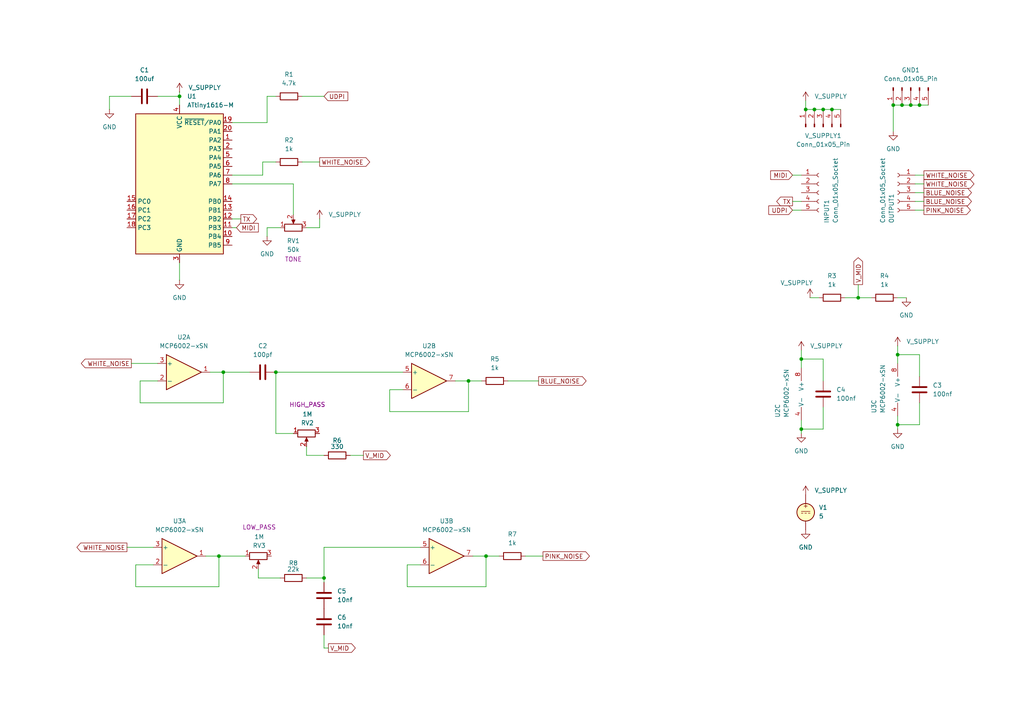
<source format=kicad_sch>
(kicad_sch (version 20231120) (generator "eeschema") (generator_version "8.0")
  (paper "A4")
  (lib_symbols
    (symbol "Amplifier_Operational:MCP6002-xSN" (pin_names (offset 0.127))
      (property "Reference" "U" (at 0 5.08 0))
      (property "Value" "MCP6002-xSN" (at 0 -5.08 0))
      (symbol "MCP6002-xSN_1_1"
        (polyline (pts (xy -5.08 5.08) (xy 5.08 0) (xy -5.08 -5.08) (xy -5.08 5.08)) (stroke (width 0.254)) (fill (type background)))
        (pin output line (at 7.62 0 180) (length 2.54) (name "~") (number "1"))
        (pin input line (at -7.62 -2.54 0) (length 2.54) (name "-") (number "2"))
        (pin input line (at -7.62 2.54 0) (length 2.54) (name "+") (number "3"))
      )
      (symbol "MCP6002-xSN_2_1"
        (polyline (pts (xy -5.08 5.08) (xy 5.08 0) (xy -5.08 -5.08) (xy -5.08 5.08)) (stroke (width 0.254)) (fill (type background)))
        (pin input line (at -7.62 2.54 0) (length 2.54) (name "+") (number "5"))
        (pin input line (at -7.62 -2.54 0) (length 2.54) (name "-") (number "6"))
        (pin output line (at 7.62 0 180) (length 2.54) (name "~") (number "7"))
      )
      (symbol "MCP6002-xSN_3_1"
        (pin power_in line (at -2.54 -7.62 90) (length 3.81) (name "V-") (number "4"))
        (pin power_in line (at -2.54 7.62 270) (length 3.81) (name "V+") (number "8"))
      )
    )
    (symbol "Connector:Conn_01x05_Pin" (pin_names (offset 1.016) hide)
      (property "Reference" "J" (at 0 7.62 0))
      (property "Value" "Conn_01x05_Pin" (at 0 -7.62 0))
      (symbol "Conn_01x05_Pin_1_1"
        (polyline (pts (xy 1.27 -5.08) (xy 0.8636 -5.08)) (stroke (width 0.1524)))
        (polyline (pts (xy 1.27 -2.54) (xy 0.8636 -2.54)) (stroke (width 0.1524)))
        (polyline (pts (xy 1.27 0) (xy 0.8636 0)) (stroke (width 0.1524)))
        (polyline (pts (xy 1.27 2.54) (xy 0.8636 2.54)) (stroke (width 0.1524)))
        (polyline (pts (xy 1.27 5.08) (xy 0.8636 5.08)) (stroke (width 0.1524)))
        (rectangle (start 0.8636 -4.953) (end 0 -5.207) (stroke (width 0.1524)) (fill (type outline)))
        (rectangle (start 0.8636 -2.413) (end 0 -2.667) (stroke (width 0.1524)) (fill (type outline)))
        (rectangle (start 0.8636 0.127) (end 0 -0.127) (stroke (width 0.1524)) (fill (type outline)))
        (rectangle (start 0.8636 2.667) (end 0 2.413) (stroke (width 0.1524)) (fill (type outline)))
        (rectangle (start 0.8636 5.207) (end 0 4.953) (stroke (width 0.1524)) (fill (type outline)))
        (pin passive line (at 5.08 5.08 180) (length 3.81) (name "Pin_1") (number "1"))
        (pin passive line (at 5.08 2.54 180) (length 3.81) (name "Pin_2") (number "2"))
        (pin passive line (at 5.08 0 180) (length 3.81) (name "Pin_3") (number "3"))
        (pin passive line (at 5.08 -2.54 180) (length 3.81) (name "Pin_4") (number "4"))
        (pin passive line (at 5.08 -5.08 180) (length 3.81) (name "Pin_5") (number "5"))
      )
    )
    (symbol "Connector:Conn_01x05_Socket" (pin_names (offset 1.016) hide)
      (property "Reference" "J" (at 0 7.62 0))
      (property "Value" "Conn_01x05_Socket" (at 0 -7.62 0))
      (symbol "Conn_01x05_Socket_1_1"
        (arc (start 0 -4.572) (mid -0.5058 -5.08) (end 0 -5.588) (stroke (width 0.1524)))
        (arc (start 0 -2.032) (mid -0.5058 -2.54) (end 0 -3.048) (stroke (width 0.1524)))
        (polyline (pts (xy -1.27 -5.08) (xy -0.508 -5.08)) (stroke (width 0.1524)))
        (polyline (pts (xy -1.27 -2.54) (xy -0.508 -2.54)) (stroke (width 0.1524)))
        (polyline (pts (xy -1.27 0) (xy -0.508 0)) (stroke (width 0.1524)))
        (polyline (pts (xy -1.27 2.54) (xy -0.508 2.54)) (stroke (width 0.1524)))
        (polyline (pts (xy -1.27 5.08) (xy -0.508 5.08)) (stroke (width 0.1524)))
        (arc (start 0 0.508) (mid -0.5058 0) (end 0 -0.508) (stroke (width 0.1524)))
        (arc (start 0 3.048) (mid -0.5058 2.54) (end 0 2.032) (stroke (width 0.1524)))
        (arc (start 0 5.588) (mid -0.5058 5.08) (end 0 4.572) (stroke (width 0.1524)))
        (pin passive line (at -5.08 5.08 0) (length 3.81) (name "Pin_1") (number "1"))
        (pin passive line (at -5.08 2.54 0) (length 3.81) (name "Pin_2") (number "2"))
        (pin passive line (at -5.08 0 0) (length 3.81) (name "Pin_3") (number "3"))
        (pin passive line (at -5.08 -2.54 0) (length 3.81) (name "Pin_4") (number "4"))
        (pin passive line (at -5.08 -5.08 0) (length 3.81) (name "Pin_5") (number "5"))
      )
    )
    (symbol "Device:C" (pin_numbers hide) (pin_names (offset 0.254))
      (property "Reference" "C" (at 0.635 2.54 0))
      (property "Value" "C" (at 0.635 -2.54 0))
      (symbol "C_0_1"
        (polyline (pts (xy -2.032 -0.762) (xy 2.032 -0.762)) (stroke (width 0.508)))
        (polyline (pts (xy -2.032 0.762) (xy 2.032 0.762)) (stroke (width 0.508)))
      )
      (symbol "C_1_1"
        (pin passive line (at 0 3.81 270) (length 2.794) (name "~") (number "1"))
        (pin passive line (at 0 -3.81 90) (length 2.794) (name "~") (number "2"))
      )
    )
    (symbol "Device:R" (pin_numbers hide) (pin_names (offset 0))
      (property "Reference" "R" (at 2.032 0 90))
      (property "Value" "R" (at 0 0 90))
      (symbol "R_0_1"
        (rectangle (start -1.016 -2.54) (end 1.016 2.54) (stroke (width 0.254)))
      )
      (symbol "R_1_1"
        (pin passive line (at 0 3.81 270) (length 1.27) (name "~") (number "1"))
        (pin passive line (at 0 -3.81 90) (length 1.27) (name "~") (number "2"))
      )
    )
    (symbol "Device:R_Potentiometer" (pin_names (offset 1.016) hide)
      (property "Reference" "RV" (at -4.445 0 90))
      (property "Value" "R_Potentiometer" (at -2.54 0 90))
      (symbol "R_Potentiometer_0_1"
        (polyline (pts (xy 2.54 0) (xy 1.524 0)))
        (polyline (pts (xy 1.143 0) (xy 2.286 0.508) (xy 2.286 -0.508) (xy 1.143 0)) (fill (type outline)))
        (rectangle (start 1.016 2.54) (end -1.016 -2.54) (stroke (width 0.254)))
      )
      (symbol "R_Potentiometer_1_1"
        (pin passive line (at 0 3.81 270) (length 1.27) (name "1") (number "1"))
        (pin passive line (at 3.81 0 180) (length 1.27) (name "2") (number "2"))
        (pin passive line (at 0 -3.81 90) (length 1.27) (name "3") (number "3"))
      )
    )
    (symbol "MCU_Microchip_ATtiny:ATtiny1616-M"
      (property "Reference" "U" (at -12.7 21.59 0))
      (property "Value" "ATtiny1616-M" (at 2.54 -21.59 0))
      (symbol "ATtiny1616-M_0_1"
        (rectangle (start -12.7 -20.32) (end 12.7 20.32) (stroke (width 0.254)) (fill (type background)))
      )
      (symbol "ATtiny1616-M_1_1"
        (pin bidirectional line (at 15.24 12.7 180) (length 2.54) (name "PA2") (number "1"))
        (pin bidirectional line (at 15.24 -15.24 180) (length 2.54) (name "PB4") (number "10"))
        (pin bidirectional line (at 15.24 -12.7 180) (length 2.54) (name "PB3") (number "11"))
        (pin bidirectional line (at 15.24 -10.16 180) (length 2.54) (name "PB2") (number "12"))
        (pin bidirectional line (at 15.24 -7.62 180) (length 2.54) (name "PB1") (number "13"))
        (pin bidirectional line (at 15.24 -5.08 180) (length 2.54) (name "PB0") (number "14"))
        (pin bidirectional line (at -15.24 -5.08 0) (length 2.54) (name "PC0") (number "15"))
        (pin bidirectional line (at -15.24 -7.62 0) (length 2.54) (name "PC1") (number "16"))
        (pin bidirectional line (at -15.24 -10.16 0) (length 2.54) (name "PC2") (number "17"))
        (pin bidirectional line (at -15.24 -12.7 0) (length 2.54) (name "PC3") (number "18"))
        (pin bidirectional line (at 15.24 17.78 180) (length 2.54) (name "~{RESET}/PA0") (number "19"))
        (pin bidirectional line (at 15.24 10.16 180) (length 2.54) (name "PA3") (number "2"))
        (pin bidirectional line (at 15.24 15.24 180) (length 2.54) (name "PA1") (number "20"))
        (pin passive line (at 0 -22.86 90) (length 2.54) hide (name "GND") (number "21"))
        (pin power_in line (at 0 -22.86 90) (length 2.54) (name "GND") (number "3"))
        (pin power_in line (at 0 22.86 270) (length 2.54) (name "VCC") (number "4"))
        (pin bidirectional line (at 15.24 7.62 180) (length 2.54) (name "PA4") (number "5"))
        (pin bidirectional line (at 15.24 5.08 180) (length 2.54) (name "PA5") (number "6"))
        (pin bidirectional line (at 15.24 2.54 180) (length 2.54) (name "PA6") (number "7"))
        (pin bidirectional line (at 15.24 0 180) (length 2.54) (name "PA7") (number "8"))
        (pin bidirectional line (at 15.24 -17.78 180) (length 2.54) (name "PB5") (number "9"))
      )
    )
    (symbol "Simulation_SPICE:VDC" (pin_numbers hide) (pin_names (offset 0.0254))
      (property "Reference" "V" (at 2.54 2.54 0))
      (property "Value" "1" (at 2.54 0 0))
      (symbol "VDC_0_0"
        (polyline (pts (xy -1.27 0.254) (xy 1.27 0.254)))
        (polyline (pts (xy -0.762 -0.254) (xy -1.27 -0.254)))
        (polyline (pts (xy 0.254 -0.254) (xy -0.254 -0.254)))
        (polyline (pts (xy 1.27 -0.254) (xy 0.762 -0.254)))
        (text "+" (at 0 1.905 0) (effects (font (size 1.27 1.27))))
      )
      (symbol "VDC_0_1"
        (circle (center 0 0) (radius 2.54) (stroke (width 0.254)) (fill (type background)))
      )
      (symbol "VDC_1_1"
        (pin passive line (at 0 5.08 270) (length 2.54) (name "~") (number "1"))
        (pin passive line (at 0 -5.08 90) (length 2.54) (name "~") (number "2"))
      )
    )
    (symbol "power:+5V" (power) (pin_numbers hide) (pin_names (offset 0) hide)
      (property "Value" "+5V" (at 0 3.556 0))
      (symbol "+5V_0_1"
        (polyline (pts (xy -0.762 1.27) (xy 0 2.54)))
        (polyline (pts (xy 0 0) (xy 0 2.54)))
        (polyline (pts (xy 0 2.54) (xy 0.762 1.27)))
      )
      (symbol "+5V_1_1"
        (pin power_in line (at 0 0 90) (length 0) (name "~") (number "1"))
      )
    )
    (symbol "power:GND" (power) (pin_numbers hide) (pin_names (offset 0) hide)
      (property "Value" "GND" (at 0 -3.81 0))
      (symbol "GND_0_1"
        (polyline (pts (xy 0 0) (xy 0 -1.27) (xy 1.27 -1.27) (xy 0 -2.54) (xy -1.27 -1.27) (xy 0 -1.27)))
      )
      (symbol "GND_1_1"
        (pin power_in line (at 0 0 270) (length 0) (name "~") (number "1"))
      )
    )
  )
  (junction (at 52.07 27.94))
  (junction (at 140.97 161.29))
  (junction (at 236.22 31.75))
  (junction (at 260.35 123.19))
  (junction (at 261.62 30.48))
  (junction (at 233.68 31.75))
  (junction (at 80.01 107.95))
  (junction (at 241.3 31.75))
  (junction (at 260.35 102.87))
  (junction (at 266.7 30.48))
  (junction (at 248.92 86.36))
  (junction (at 63.5 161.29))
  (junction (at 232.41 124.46))
  (junction (at 64.77 107.95))
  (junction (at 264.16 30.48))
  (junction (at 135.89 110.49))
  (junction (at 238.76 31.75))
  (junction (at 232.41 104.14))
  (junction (at 93.98 167.64))
  (junction (at 259.08 30.48))
  (wire (pts (xy 38.1 27.94) (xy 31.75 27.94)))
  (wire (pts (xy 260.35 123.19) (xy 260.35 124.46)))
  (wire (pts (xy 266.7 109.22) (xy 266.7 102.87)))
  (wire (pts (xy 74.93 167.64) (xy 74.93 165.1)))
  (wire (pts (xy 81.28 167.64) (xy 74.93 167.64)))
  (wire (pts (xy 229.87 50.8) (xy 232.41 50.8)))
  (wire (pts (xy 118.11 163.83) (xy 121.92 163.83)))
  (wire (pts (xy 64.77 107.95) (xy 64.77 116.84)))
  (wire (pts (xy 238.76 124.46) (xy 232.41 124.46)))
  (wire (pts (xy 140.97 161.29) (xy 140.97 170.18)))
  (wire (pts (xy 80.01 46.99) (xy 76.2 46.99)))
  (wire (pts (xy 241.3 31.75) (xy 243.84 31.75)))
  (wire (pts (xy 260.35 120.65) (xy 260.35 123.19)))
  (wire (pts (xy 266.7 102.87) (xy 260.35 102.87)))
  (wire (pts (xy 233.68 31.75) (xy 236.22 31.75)))
  (wire (pts (xy 60.96 107.95) (xy 64.77 107.95)))
  (wire (pts (xy 121.92 158.75) (xy 93.98 158.75)))
  (wire (pts (xy 260.35 100.33) (xy 260.35 102.87)))
  (wire (pts (xy 38.1 105.41) (xy 45.72 105.41)))
  (wire (pts (xy 101.6 132.08) (xy 105.41 132.08)))
  (wire (pts (xy 77.47 66.04) (xy 77.47 68.58)))
  (wire (pts (xy 113.03 119.38) (xy 113.03 113.03)))
  (wire (pts (xy 80.01 125.73) (xy 80.01 107.95)))
  (wire (pts (xy 67.31 53.34) (xy 85.09 53.34)))
  (wire (pts (xy 39.37 170.18) (xy 39.37 163.83)))
  (wire (pts (xy 266.7 30.48) (xy 269.24 30.48)))
  (wire (pts (xy 52.07 27.94) (xy 52.07 30.48)))
  (wire (pts (xy 63.5 170.18) (xy 39.37 170.18)))
  (wire (pts (xy 76.2 50.8) (xy 67.31 50.8)))
  (wire (pts (xy 248.92 82.55) (xy 248.92 86.36)))
  (wire (pts (xy 248.92 86.36) (xy 252.73 86.36)))
  (wire (pts (xy 265.43 55.88) (xy 267.97 55.88)))
  (wire (pts (xy 80.01 125.73) (xy 85.09 125.73)))
  (wire (pts (xy 266.7 123.19) (xy 260.35 123.19)))
  (wire (pts (xy 238.76 31.75) (xy 241.3 31.75)))
  (wire (pts (xy 118.11 170.18) (xy 118.11 163.83)))
  (wire (pts (xy 80.01 107.95) (xy 116.84 107.95)))
  (wire (pts (xy 76.2 46.99) (xy 76.2 50.8)))
  (wire (pts (xy 232.41 104.14) (xy 232.41 106.68)))
  (wire (pts (xy 93.98 184.15) (xy 93.98 187.96)))
  (wire (pts (xy 93.98 187.96) (xy 95.25 187.96)))
  (wire (pts (xy 135.89 119.38) (xy 113.03 119.38)))
  (wire (pts (xy 259.08 30.48) (xy 261.62 30.48)))
  (wire (pts (xy 262.89 86.36) (xy 260.35 86.36)))
  (wire (pts (xy 88.9 66.04) (xy 92.71 66.04)))
  (wire (pts (xy 77.47 35.56) (xy 67.31 35.56)))
  (wire (pts (xy 259.08 30.48) (xy 259.08 38.1)))
  (wire (pts (xy 232.41 101.6) (xy 232.41 104.14)))
  (wire (pts (xy 234.95 86.36) (xy 237.49 86.36)))
  (wire (pts (xy 260.35 102.87) (xy 260.35 105.41)))
  (wire (pts (xy 233.68 31.75) (xy 233.68 29.21)))
  (wire (pts (xy 36.83 158.75) (xy 44.45 158.75)))
  (wire (pts (xy 77.47 27.94) (xy 77.47 35.56)))
  (wire (pts (xy 77.47 27.94) (xy 80.01 27.94)))
  (wire (pts (xy 144.78 161.29) (xy 140.97 161.29)))
  (wire (pts (xy 238.76 104.14) (xy 232.41 104.14)))
  (wire (pts (xy 265.43 58.42) (xy 267.97 58.42)))
  (wire (pts (xy 88.9 129.54) (xy 88.9 132.08)))
  (wire (pts (xy 87.63 46.99) (xy 92.71 46.99)))
  (wire (pts (xy 52.07 26.67) (xy 52.07 27.94)))
  (wire (pts (xy 45.72 27.94) (xy 52.07 27.94)))
  (wire (pts (xy 147.32 110.49) (xy 156.21 110.49)))
  (wire (pts (xy 64.77 107.95) (xy 72.39 107.95)))
  (wire (pts (xy 52.07 76.2) (xy 52.07 81.28)))
  (wire (pts (xy 264.16 30.48) (xy 266.7 30.48)))
  (wire (pts (xy 232.41 121.92) (xy 232.41 124.46)))
  (wire (pts (xy 64.77 116.84) (xy 40.64 116.84)))
  (wire (pts (xy 85.09 53.34) (xy 85.09 62.23)))
  (wire (pts (xy 92.71 66.04) (xy 92.71 63.5)))
  (wire (pts (xy 63.5 161.29) (xy 63.5 170.18)))
  (wire (pts (xy 67.31 63.5) (xy 69.85 63.5)))
  (wire (pts (xy 39.37 163.83) (xy 44.45 163.83)))
  (wire (pts (xy 31.75 27.94) (xy 31.75 31.75)))
  (wire (pts (xy 88.9 167.64) (xy 93.98 167.64)))
  (wire (pts (xy 59.69 161.29) (xy 63.5 161.29)))
  (wire (pts (xy 87.63 27.94) (xy 93.98 27.94)))
  (wire (pts (xy 265.43 50.8) (xy 267.97 50.8)))
  (wire (pts (xy 236.22 31.75) (xy 238.76 31.75)))
  (wire (pts (xy 265.43 60.96) (xy 267.97 60.96)))
  (wire (pts (xy 88.9 132.08) (xy 93.98 132.08)))
  (wire (pts (xy 265.43 53.34) (xy 267.97 53.34)))
  (wire (pts (xy 266.7 116.84) (xy 266.7 123.19)))
  (wire (pts (xy 245.11 86.36) (xy 248.92 86.36)))
  (wire (pts (xy 135.89 110.49) (xy 135.89 119.38)))
  (wire (pts (xy 229.87 60.96) (xy 232.41 60.96)))
  (wire (pts (xy 140.97 170.18) (xy 118.11 170.18)))
  (wire (pts (xy 40.64 116.84) (xy 40.64 110.49)))
  (wire (pts (xy 137.16 161.29) (xy 140.97 161.29)))
  (wire (pts (xy 67.31 66.04) (xy 68.58 66.04)))
  (wire (pts (xy 113.03 113.03) (xy 116.84 113.03)))
  (wire (pts (xy 40.64 110.49) (xy 45.72 110.49)))
  (wire (pts (xy 93.98 158.75) (xy 93.98 167.64)))
  (wire (pts (xy 132.08 110.49) (xy 135.89 110.49)))
  (wire (pts (xy 238.76 110.49) (xy 238.76 104.14)))
  (wire (pts (xy 63.5 161.29) (xy 71.12 161.29)))
  (wire (pts (xy 93.98 167.64) (xy 93.98 168.91)))
  (wire (pts (xy 152.4 161.29) (xy 157.48 161.29)))
  (wire (pts (xy 135.89 110.49) (xy 139.7 110.49)))
  (wire (pts (xy 229.87 58.42) (xy 232.41 58.42)))
  (wire (pts (xy 81.28 66.04) (xy 77.47 66.04)))
  (wire (pts (xy 261.62 30.48) (xy 264.16 30.48)))
  (wire (pts (xy 238.76 118.11) (xy 238.76 124.46)))
  (wire (pts (xy 232.41 124.46) (xy 232.41 125.73)))
  (global_label "WHITE_NOISE" (shape output) (at 92.71 46.99 0) (property "Intersheetrefs" "${INTERSHEET_REFS}" (effects (hide yes))))
  (global_label "WHITE_NOISE" (shape output) (at 36.83 158.75 180) (property "Intersheetrefs" "${INTERSHEET_REFS}" (effects (hide yes))))
  (global_label "WHITE_NOISE" (shape output) (at 267.97 50.8 0) (property "Intersheetrefs" "${INTERSHEET_REFS}" (effects (hide yes))))
  (global_label "PINK_NOISE" (shape output) (at 267.97 60.96 0) (property "Intersheetrefs" "${INTERSHEET_REFS}" (effects (hide yes))))
  (global_label "WHITE_NOISE" (shape output) (at 38.1 105.41 180) (property "Intersheetrefs" "${INTERSHEET_REFS}" (effects (hide yes))))
  (global_label "V_MID" (shape output) (at 105.41 132.08 0) (property "Intersheetrefs" "${INTERSHEET_REFS}" (effects (hide yes))))
  (global_label "BLUE_NOISE" (shape output) (at 267.97 58.42 0) (property "Intersheetrefs" "${INTERSHEET_REFS}" (effects (hide yes))))
  (global_label "BLUE_NOISE" (shape output) (at 267.97 55.88 0) (property "Intersheetrefs" "${INTERSHEET_REFS}" (effects (hide yes))))
  (global_label "UDPI" (shape input) (at 93.98 27.94 0) (property "Intersheetrefs" "${INTERSHEET_REFS}" (effects (hide yes))))
  (global_label "WHITE_NOISE" (shape output) (at 267.97 53.34 0) (property "Intersheetrefs" "${INTERSHEET_REFS}" (effects (hide yes))))
  (global_label "TX" (shape output) (at 229.87 58.42 180) (property "Intersheetrefs" "${INTERSHEET_REFS}" (effects (hide yes))))
  (global_label "V_MID" (shape output) (at 95.25 187.96 0) (property "Intersheetrefs" "${INTERSHEET_REFS}" (effects (hide yes))))
  (global_label "TX" (shape output) (at 69.85 63.5 0) (property "Intersheetrefs" "${INTERSHEET_REFS}" (effects (hide yes))))
  (global_label "BLUE_NOISE" (shape output) (at 156.21 110.49 0) (property "Intersheetrefs" "${INTERSHEET_REFS}" (effects (hide yes))))
  (global_label "MIDI" (shape input) (at 229.87 50.8 180) (property "Intersheetrefs" "${INTERSHEET_REFS}" (effects (hide yes))))
  (global_label "MIDI" (shape input) (at 68.58 66.04 0) (property "Intersheetrefs" "${INTERSHEET_REFS}" (effects (hide yes))))
  (global_label "V_MID" (shape output) (at 248.92 82.55 90) (property "Intersheetrefs" "${INTERSHEET_REFS}" (effects (hide yes))))
  (global_label "UDPI" (shape input) (at 229.87 60.96 180) (property "Intersheetrefs" "${INTERSHEET_REFS}" (effects (hide yes))))
  (global_label "PINK_NOISE" (shape output) (at 157.48 161.29 0) (property "Intersheetrefs" "${INTERSHEET_REFS}" (effects (hide yes))))
  (symbol (lib_id "Device:R") (at 241.3 86.36 90) (unit 1)
    (property "Reference" "R3" (at 241.3 80.01 90))
    (property "Value" "1k" (at 241.3 82.55 90))
    (property "Description" "Resistor" (effects (hide yes)))
  )
  (symbol (lib_id "Device:R") (at 97.79 132.08 90) (unit 1)
    (property "Reference" "R6" (at 97.79 127.762 90))
    (property "Value" "330" (at 97.79 129.54 90))
    (property "Description" "Resistor" (effects (hide yes)))
  )
  (symbol (lib_id "Simulation_SPICE:VDC") (at 233.68 148.59 0) (unit 1) (on_board no)
    (property "Reference" "V1" (at 237.49 147.1901 0) (effects (justify left)))
    (property "Value" "5" (at 237.49 149.7301 0) (effects (justify left)))
    (property "Datasheet" "https://ngspice.sourceforge.io/docs/ngspice-html-manual/manual.xhtml#sec_Independent_Sources_for" (effects (hide yes)))
    (property "Description" "Voltage source, DC" (effects (hide yes)))
    (property "Sim.Pins" "1=+ 2=-" (effects (hide yes)))
    (property "Sim.Type" "DC" (effects (hide yes)))
    (property "Sim.Device" "V" (effects (hide yes)))
  )
  (symbol (lib_id "Device:R_Potentiometer") (at 88.9 125.73 90) (mirror x) (unit 1)
    (property "Reference" "RV2" (at 89.154 122.682 90))
    (property "Value" "1M" (at 89.154 120.142 90))
    (property "Description" "Potentiometer" (effects (hide yes)))
    (property "Comment" "HIGH_PASS" (at 89.154 117.348 90))
  )
  (symbol (lib_id "Connector:Conn_01x05_Pin") (at 238.76 36.83 90) (unit 1) (exclude_from_sim yes)
    (property "Reference" "V_SUPPLY1" (at 238.76 39.37 90))
    (property "Value" "Conn_01x05_Pin" (at 238.76 41.91 90))
    (property "Footprint" "BreadModular_MISC:Power_Connector" (effects (hide yes)))
    (property "Description" "Generic connector, single row, 01x05, script generated" (effects (hide yes)))
  )
  (symbol (lib_id "power:GND") (at 77.47 68.58 0) (unit 1)
    (property "Reference" "#PWR06" (effects (hide yes)))
    (property "Value" "GND" (at 77.47 73.66 0))
    (property "Description" "Power symbol creates a global label with name \"GND\" , ground" (effects (hide yes)))
  )
  (symbol (lib_id "Device:R") (at 83.82 46.99 90) (unit 1)
    (property "Reference" "R2" (at 83.82 40.64 90))
    (property "Value" "1k" (at 83.82 43.18 90))
    (property "Description" "Resistor" (effects (hide yes)))
  )
  (symbol (lib_id "Amplifier_Operational:MCP6002-xSN") (at 124.46 110.49 0) (unit 2)
    (property "Reference" "U2" (at 124.46 100.33 0))
    (property "Value" "MCP6002-xSN" (at 124.46 102.87 0))
    (property "Datasheet" "http://ww1.microchip.com/downloads/en/DeviceDoc/21733j.pdf" (effects (hide yes)))
    (property "Description" "1MHz, Low-Power Op Amp, SOIC-8" (effects (hide yes)))
  )
  (symbol (lib_id "power:+5V") (at 233.68 143.51 0) (unit 1)
    (property "Reference" "#PWR014" (effects (hide yes)))
    (property "Value" "V_SUPPLY" (at 236.22 142.2399 0) (effects (justify left)))
    (property "Description" "Power symbol creates a global label with name \"+5V\"" (effects (hide yes)))
  )
  (symbol (lib_id "Device:R") (at 148.59 161.29 90) (unit 1)
    (property "Reference" "R7" (at 148.59 154.94 90))
    (property "Value" "1k" (at 148.59 157.48 90))
    (property "Description" "Resistor" (effects (hide yes)))
  )
  (symbol (lib_id "Amplifier_Operational:MCP6002-xSN") (at 53.34 107.95 0) (unit 1)
    (property "Reference" "U2" (at 53.34 97.79 0))
    (property "Value" "MCP6002-xSN" (at 53.34 100.33 0))
    (property "Datasheet" "http://ww1.microchip.com/downloads/en/DeviceDoc/21733j.pdf" (effects (hide yes)))
    (property "Description" "1MHz, Low-Power Op Amp, SOIC-8" (effects (hide yes)))
  )
  (symbol (lib_id "MCU_Microchip_ATtiny:ATtiny1616-M") (at 52.07 53.34 0) (unit 1)
    (property "Reference" "U1" (at 54.2641 27.94 0) (effects (justify left)))
    (property "Value" "ATtiny1616-M" (at 54.2641 30.48 0) (effects (justify left)))
    (property "Footprint" "Package_DFN_QFN:VQFN-20-1EP_3x3mm_P0.4mm_EP1.7x1.7mm" (effects (hide yes)))
    (property "Datasheet" "http://ww1.microchip.com/downloads/en/DeviceDoc/ATtiny3216_ATtiny1616-data-sheet-40001997B.pdf" (effects (hide yes)))
    (property "Description" "20MHz, 16kB Flash, 2kB SRAM, 256B EEPROM, VQFN-20" (effects (hide yes)))
  )
  (symbol (lib_id "power:+5V") (at 233.68 29.21 0) (unit 1)
    (property "Reference" "#PWR02" (effects (hide yes)))
    (property "Value" "V_SUPPLY" (at 236.22 27.9399 0) (effects (justify left)))
    (property "Description" "Power symbol creates a global label with name \"+5V\"" (effects (hide yes)))
  )
  (symbol (lib_id "Device:C") (at 76.2 107.95 90) (unit 1)
    (property "Reference" "C2" (at 76.2 100.33 90))
    (property "Value" "100pf" (at 76.2 102.87 90))
    (property "Description" "Unpolarized capacitor" (effects (hide yes)))
  )
  (symbol (lib_id "power:GND") (at 259.08 38.1 0) (unit 1)
    (property "Reference" "#PWR04" (effects (hide yes)))
    (property "Value" "GND" (at 259.08 43.18 0))
    (property "Description" "Power symbol creates a global label with name \"GND\" , ground" (effects (hide yes)))
  )
  (symbol (lib_id "Device:C") (at 238.76 114.3 180) (unit 1)
    (property "Reference" "C4" (at 242.57 113.0299 0) (effects (justify right)))
    (property "Value" "100nf" (at 242.57 115.5699 0) (effects (justify right)))
    (property "Description" "Unpolarized capacitor" (effects (hide yes)))
  )
  (symbol (lib_id "Device:R") (at 83.82 27.94 90) (unit 1)
    (property "Reference" "R1" (at 83.82 21.59 90))
    (property "Value" "4.7k" (at 83.82 24.13 90))
    (property "Description" "Resistor" (effects (hide yes)))
  )
  (symbol (lib_id "power:GND") (at 232.41 125.73 0) (unit 1)
    (property "Reference" "#PWR013" (effects (hide yes)))
    (property "Value" "GND" (at 232.41 130.81 0))
    (property "Description" "Power symbol creates a global label with name \"GND\" , ground" (effects (hide yes)))
  )
  (symbol (lib_id "Amplifier_Operational:MCP6002-xSN") (at 262.89 113.03 0) (unit 3)
    (property "Reference" "U3" (at 253.492 119.888 90) (effects (justify left)))
    (property "Value" "MCP6002-xSN" (at 256.032 119.888 90) (effects (justify left)))
    (property "Datasheet" "http://ww1.microchip.com/downloads/en/DeviceDoc/21733j.pdf" (effects (hide yes)))
    (property "Description" "1MHz, Low-Power Op Amp, SOIC-8" (effects (hide yes)))
  )
  (symbol (lib_id "Device:R_Potentiometer") (at 85.09 66.04 90) (unit 1)
    (property "Reference" "RV1" (at 85.09 69.85 90))
    (property "Value" "50k" (at 85.09 72.39 90))
    (property "Description" "Potentiometer" (effects (hide yes)))
    (property "Comment" "TONE" (at 85.09 75.184 90))
  )
  (symbol (lib_id "power:GND") (at 260.35 124.46 0) (unit 1)
    (property "Reference" "#PWR012" (effects (hide yes)))
    (property "Value" "GND" (at 260.35 129.54 0))
    (property "Description" "Power symbol creates a global label with name \"GND\" , ground" (effects (hide yes)))
  )
  (symbol (lib_id "Amplifier_Operational:MCP6002-xSN") (at 129.54 161.29 0) (unit 2)
    (property "Reference" "U3" (at 129.54 151.13 0))
    (property "Value" "MCP6002-xSN" (at 129.54 153.67 0))
    (property "Datasheet" "http://ww1.microchip.com/downloads/en/DeviceDoc/21733j.pdf" (effects (hide yes)))
    (property "Description" "1MHz, Low-Power Op Amp, SOIC-8" (effects (hide yes)))
  )
  (symbol (lib_id "power:GND") (at 233.68 153.67 0) (unit 1)
    (property "Reference" "#PWR015" (effects (hide yes)))
    (property "Value" "GND" (at 233.68 158.75 0))
    (property "Description" "Power symbol creates a global label with name \"GND\" , ground" (effects (hide yes)))
  )
  (symbol (lib_id "power:+5V") (at 260.35 100.33 0) (unit 1)
    (property "Reference" "#PWR010" (effects (hide yes)))
    (property "Value" "V_SUPPLY" (at 262.89 99.0599 0) (effects (justify left)))
    (property "Description" "Power symbol creates a global label with name \"+5V\"" (effects (hide yes)))
  )
  (symbol (lib_id "power:GND") (at 31.75 31.75 0) (unit 1)
    (property "Reference" "#PWR03" (effects (hide yes)))
    (property "Value" "GND" (at 31.75 36.83 0))
    (property "Description" "Power symbol creates a global label with name \"GND\" , ground" (effects (hide yes)))
  )
  (symbol (lib_id "Amplifier_Operational:MCP6002-xSN") (at 234.95 114.3 0) (unit 3)
    (property "Reference" "U2" (at 225.552 121.158 90) (effects (justify left)))
    (property "Value" "MCP6002-xSN" (at 228.092 121.158 90) (effects (justify left)))
    (property "Datasheet" "http://ww1.microchip.com/downloads/en/DeviceDoc/21733j.pdf" (effects (hide yes)))
    (property "Description" "1MHz, Low-Power Op Amp, SOIC-8" (effects (hide yes)))
  )
  (symbol (lib_id "Connector:Conn_01x05_Socket") (at 260.35 55.88 0) (mirror y) (unit 1) (exclude_from_sim yes)
    (property "Reference" "OUTPUT1" (at 258.572 64.77 90) (effects (justify left)))
    (property "Value" "Conn_01x05_Socket" (at 256.032 64.77 90) (effects (justify left)))
    (property "Footprint" "Connector_PinSocket_2.54mm:PinSocket_1x05_P2.54mm_Vertical" (effects (hide yes)))
    (property "Description" "Generic connector, single row, 01x05, script generated" (effects (hide yes)))
  )
  (symbol (lib_id "Device:C") (at 93.98 180.34 180) (unit 1)
    (property "Reference" "C6" (at 97.79 179.0699 0) (effects (justify right)))
    (property "Value" "10nf" (at 97.79 181.6099 0) (effects (justify right)))
    (property "Description" "Unpolarized capacitor" (effects (hide yes)))
  )
  (symbol (lib_id "Device:R") (at 143.51 110.49 90) (unit 1)
    (property "Reference" "R5" (at 143.51 104.14 90))
    (property "Value" "1k" (at 143.51 106.68 90))
    (property "Description" "Resistor" (effects (hide yes)))
  )
  (symbol (lib_id "Amplifier_Operational:MCP6002-xSN") (at 52.07 161.29 0) (unit 1)
    (property "Reference" "U3" (at 52.07 151.13 0))
    (property "Value" "MCP6002-xSN" (at 52.07 153.67 0))
    (property "Datasheet" "http://ww1.microchip.com/downloads/en/DeviceDoc/21733j.pdf" (effects (hide yes)))
    (property "Description" "1MHz, Low-Power Op Amp, SOIC-8" (effects (hide yes)))
  )
  (symbol (lib_id "Device:C") (at 266.7 113.03 180) (unit 1)
    (property "Reference" "C3" (at 270.51 111.7599 0) (effects (justify right)))
    (property "Value" "100nf" (at 270.51 114.2999 0) (effects (justify right)))
    (property "Description" "Unpolarized capacitor" (effects (hide yes)))
  )
  (symbol (lib_id "Device:R_Potentiometer") (at 74.93 161.29 90) (mirror x) (unit 1)
    (property "Reference" "RV3" (at 75.184 158.242 90))
    (property "Value" "1M" (at 75.184 155.702 90))
    (property "Description" "Potentiometer" (effects (hide yes)))
    (property "Comment" "LOW_PASS" (at 75.184 152.908 90))
  )
  (symbol (lib_id "power:GND") (at 262.89 86.36 0) (unit 1)
    (property "Reference" "#PWR09" (effects (hide yes)))
    (property "Value" "GND" (at 262.89 91.44 0))
    (property "Description" "Power symbol creates a global label with name \"GND\" , ground" (effects (hide yes)))
  )
  (symbol (lib_id "power:+5V") (at 92.71 63.5 0) (unit 1)
    (property "Reference" "#PWR05" (effects (hide yes)))
    (property "Value" "V_SUPPLY" (at 95.25 62.2299 0) (effects (justify left)))
    (property "Description" "Power symbol creates a global label with name \"+5V\"" (effects (hide yes)))
  )
  (symbol (lib_id "power:+5V") (at 232.41 101.6 0) (unit 1)
    (property "Reference" "#PWR011" (effects (hide yes)))
    (property "Value" "V_SUPPLY" (at 234.95 100.3299 0) (effects (justify left)))
    (property "Description" "Power symbol creates a global label with name \"+5V\"" (effects (hide yes)))
  )
  (symbol (lib_id "Device:R") (at 256.54 86.36 90) (unit 1)
    (property "Reference" "R4" (at 256.54 80.01 90))
    (property "Value" "1k" (at 256.54 82.55 90))
    (property "Description" "Resistor" (effects (hide yes)))
  )
  (symbol (lib_id "Connector:Conn_01x05_Socket") (at 237.49 55.88 0) (unit 1) (exclude_from_sim yes)
    (property "Reference" "INPUT1" (at 239.776 64.77 90) (effects (justify left)))
    (property "Value" "Conn_01x05_Socket" (at 242.316 64.77 90) (effects (justify left)))
    (property "Footprint" "Connector_PinSocket_2.54mm:PinSocket_1x05_P2.54mm_Vertical" (effects (hide yes)))
    (property "Description" "Generic connector, single row, 01x05, script generated" (effects (hide yes)))
  )
  (symbol (lib_id "power:GND") (at 52.07 81.28 0) (unit 1)
    (property "Reference" "#PWR07" (effects (hide yes)))
    (property "Value" "GND" (at 52.07 86.36 0))
    (property "Description" "Power symbol creates a global label with name \"GND\" , ground" (effects (hide yes)))
  )
  (symbol (lib_id "Device:C") (at 41.91 27.94 90) (unit 1)
    (property "Reference" "C1" (at 41.91 20.32 90))
    (property "Value" "100uf" (at 41.91 22.86 90))
    (property "Description" "Unpolarized capacitor" (effects (hide yes)))
  )
  (symbol (lib_id "Device:R") (at 85.09 167.64 90) (unit 1)
    (property "Reference" "R8" (at 85.09 163.322 90))
    (property "Value" "22k" (at 85.09 165.1 90))
    (property "Description" "Resistor" (effects (hide yes)))
  )
  (symbol (lib_id "power:+5V") (at 52.07 26.67 0) (unit 1)
    (property "Reference" "#PWR01" (effects (hide yes)))
    (property "Value" "V_SUPPLY" (at 54.61 25.3999 0) (effects (justify left)))
    (property "Description" "Power symbol creates a global label with name \"+5V\"" (effects (hide yes)))
  )
  (symbol (lib_id "Connector:Conn_01x05_Pin") (at 264.16 25.4 90) (mirror x) (unit 1) (exclude_from_sim yes)
    (property "Reference" "GND1" (at 264.16 20.32 90))
    (property "Value" "Conn_01x05_Pin" (at 264.16 22.86 90))
    (property "Footprint" "BreadModular_MISC:Power_Connector" (effects (hide yes)))
    (property "Description" "Generic connector, single row, 01x05, script generated" (effects (hide yes)))
  )
  (symbol (lib_id "Device:C") (at 93.98 172.72 180) (unit 1)
    (property "Reference" "C5" (at 97.79 171.4499 0) (effects (justify right)))
    (property "Value" "10nf" (at 97.79 173.9899 0) (effects (justify right)))
    (property "Description" "Unpolarized capacitor" (effects (hide yes)))
  )
  (symbol (lib_id "power:+5V") (at 234.95 86.36 0) (unit 1)
    (property "Reference" "#PWR08" (effects (hide yes)))
    (property "Value" "V_SUPPLY" (at 226.314 82.042 0) (effects (justify left)))
    (property "Description" "Power symbol creates a global label with name \"+5V\"" (effects (hide yes)))
  )
)
</source>
